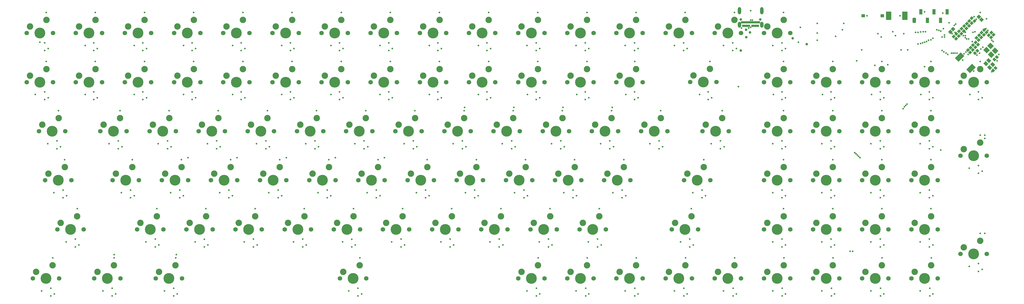
<source format=gbs>
G04*
G04 #@! TF.GenerationSoftware,Altium Limited,CircuitMaker,2.2.1 (2.2.1.6)*
G04*
G04 Layer_Color=8150272*
%FSLAX25Y25*%
%MOIN*%
G70*
G04*
G04 #@! TF.SameCoordinates,51275918-D11F-4CD5-9039-D10E8471D0EB*
G04*
G04*
G04 #@! TF.FilePolarity,Negative*
G04*
G01*
G75*
G04:AMPARAMS|DCode=45|XSize=90.68mil|YSize=51.31mil|CornerRadius=25.65mil|HoleSize=0mil|Usage=FLASHONLY|Rotation=270.000|XOffset=0mil|YOffset=0mil|HoleType=Round|Shape=RoundedRectangle|*
%AMROUNDEDRECTD45*
21,1,0.09068,0.00000,0,0,270.0*
21,1,0.03937,0.05131,0,0,270.0*
1,1,0.05131,0.00000,-0.01968*
1,1,0.05131,0.00000,0.01968*
1,1,0.05131,0.00000,0.01968*
1,1,0.05131,0.00000,-0.01968*
%
%ADD45ROUNDEDRECTD45*%
G04:AMPARAMS|DCode=46|XSize=110.36mil|YSize=51.31mil|CornerRadius=25.65mil|HoleSize=0mil|Usage=FLASHONLY|Rotation=270.000|XOffset=0mil|YOffset=0mil|HoleType=Round|Shape=RoundedRectangle|*
%AMROUNDEDRECTD46*
21,1,0.11036,0.00000,0,0,270.0*
21,1,0.05905,0.05131,0,0,270.0*
1,1,0.05131,0.00000,-0.02953*
1,1,0.05131,0.00000,0.02953*
1,1,0.05131,0.00000,0.02953*
1,1,0.05131,0.00000,-0.02953*
%
%ADD46ROUNDEDRECTD46*%
%ADD47C,0.16500*%
%ADD48C,0.09800*%
%ADD49C,0.06800*%
%ADD50C,0.02572*%
%ADD51C,0.03950*%
G04:AMPARAMS|DCode=86|XSize=74.93mil|YSize=67.06mil|CornerRadius=0mil|HoleSize=0mil|Usage=FLASHONLY|Rotation=135.000|XOffset=0mil|YOffset=0mil|HoleType=Round|Shape=Rectangle|*
%AMROTATEDRECTD86*
4,1,4,0.05020,-0.00278,0.00278,-0.05020,-0.05020,0.00278,-0.00278,0.05020,0.05020,-0.00278,0.0*
%
%ADD86ROTATEDRECTD86*%

G04:AMPARAMS|DCode=87|XSize=59.18mil|YSize=51.31mil|CornerRadius=0mil|HoleSize=0mil|Usage=FLASHONLY|Rotation=135.000|XOffset=0mil|YOffset=0mil|HoleType=Round|Shape=Rectangle|*
%AMROTATEDRECTD87*
4,1,4,0.03906,-0.00278,0.00278,-0.03906,-0.03906,0.00278,-0.00278,0.03906,0.03906,-0.00278,0.0*
%
%ADD87ROTATEDRECTD87*%

G04:AMPARAMS|DCode=88|XSize=43.43mil|YSize=41.47mil|CornerRadius=0mil|HoleSize=0mil|Usage=FLASHONLY|Rotation=315.000|XOffset=0mil|YOffset=0mil|HoleType=Round|Shape=Rectangle|*
%AMROTATEDRECTD88*
4,1,4,-0.03002,0.00070,-0.00070,0.03002,0.03002,-0.00070,0.00070,-0.03002,-0.03002,0.00070,0.0*
%
%ADD88ROTATEDRECTD88*%

G04:AMPARAMS|DCode=89|XSize=82.8mil|YSize=50.13mil|CornerRadius=0mil|HoleSize=0mil|Usage=FLASHONLY|Rotation=270.000|XOffset=0mil|YOffset=0mil|HoleType=Round|Shape=Octagon|*
%AMOCTAGOND89*
4,1,8,-0.01253,-0.04140,0.01253,-0.04140,0.02506,-0.02887,0.02506,0.02887,0.01253,0.04140,-0.01253,0.04140,-0.02506,0.02887,-0.02506,-0.02887,-0.01253,-0.04140,0.0*
%
%ADD89OCTAGOND89*%

%ADD90R,0.05013X0.08280*%
%ADD91R,0.07887X0.12611*%
%ADD92R,0.05524X0.04737*%
G04:AMPARAMS|DCode=93|XSize=78.87mil|YSize=126.11mil|CornerRadius=0mil|HoleSize=0mil|Usage=FLASHONLY|Rotation=315.000|XOffset=0mil|YOffset=0mil|HoleType=Round|Shape=Rectangle|*
%AMROTATEDRECTD93*
4,1,4,-0.07247,-0.01670,0.01670,0.07247,0.07247,0.01670,-0.01670,-0.07247,-0.07247,-0.01670,0.0*
%
%ADD93ROTATEDRECTD93*%

%ADD94R,0.01981X0.03556*%
G04:AMPARAMS|DCode=95|XSize=43.43mil|YSize=39.5mil|CornerRadius=0mil|HoleSize=0mil|Usage=FLASHONLY|Rotation=315.000|XOffset=0mil|YOffset=0mil|HoleType=Round|Shape=Rectangle|*
%AMROTATEDRECTD95*
4,1,4,-0.02932,0.00139,-0.00139,0.02932,0.02932,-0.00139,0.00139,-0.02932,-0.02932,0.00139,0.0*
%
%ADD95ROTATEDRECTD95*%

G04:AMPARAMS|DCode=96|XSize=43.43mil|YSize=39.5mil|CornerRadius=0mil|HoleSize=0mil|Usage=FLASHONLY|Rotation=225.000|XOffset=0mil|YOffset=0mil|HoleType=Round|Shape=Rectangle|*
%AMROTATEDRECTD96*
4,1,4,0.00139,0.02932,0.02932,0.00139,-0.00139,-0.02932,-0.02932,-0.00139,0.00139,0.02932,0.0*
%
%ADD96ROTATEDRECTD96*%

G04:AMPARAMS|DCode=97|XSize=41.4mil|YSize=43.37mil|CornerRadius=0mil|HoleSize=0mil|Usage=FLASHONLY|Rotation=315.000|XOffset=0mil|YOffset=0mil|HoleType=Round|Shape=Rectangle|*
%AMROTATEDRECTD97*
4,1,4,-0.02997,-0.00070,0.00070,0.02997,0.02997,0.00070,-0.00070,-0.02997,-0.02997,-0.00070,0.0*
%
%ADD97ROTATEDRECTD97*%

G04:AMPARAMS|DCode=98|XSize=43.43mil|YSize=41.47mil|CornerRadius=0mil|HoleSize=0mil|Usage=FLASHONLY|Rotation=225.000|XOffset=0mil|YOffset=0mil|HoleType=Round|Shape=Rectangle|*
%AMROTATEDRECTD98*
4,1,4,0.00070,0.03002,0.03002,0.00070,-0.00070,-0.03002,-0.03002,-0.00070,0.00070,0.03002,0.0*
%
%ADD98ROTATEDRECTD98*%

%ADD99R,0.04737X0.03556*%
G04:AMPARAMS|DCode=100|XSize=47.37mil|YSize=49.34mil|CornerRadius=0mil|HoleSize=0mil|Usage=FLASHONLY|Rotation=135.000|XOffset=0mil|YOffset=0mil|HoleType=Round|Shape=Rectangle|*
%AMROTATEDRECTD100*
4,1,4,0.03419,0.00070,-0.00070,-0.03419,-0.03419,-0.00070,0.00070,0.03419,0.03419,0.00070,0.0*
%
%ADD100ROTATEDRECTD100*%

G04:AMPARAMS|DCode=101|XSize=47.37mil|YSize=49.34mil|CornerRadius=0mil|HoleSize=0mil|Usage=FLASHONLY|Rotation=225.000|XOffset=0mil|YOffset=0mil|HoleType=Round|Shape=Rectangle|*
%AMROTATEDRECTD101*
4,1,4,-0.00070,0.03419,0.03419,-0.00070,0.00070,-0.03419,-0.03419,0.00070,-0.00070,0.03419,0.0*
%
%ADD101ROTATEDRECTD101*%

D45*
X1206024Y528189D02*
D03*
X1240039D02*
D03*
D46*
Y549291D02*
D03*
X1206024D02*
D03*
D47*
X889370Y440551D02*
D03*
X1263386Y515354D02*
D03*
X1188583D02*
D03*
X1113780D02*
D03*
X1038976D02*
D03*
X964173D02*
D03*
X889370D02*
D03*
X814567D02*
D03*
X739764D02*
D03*
X664961D02*
D03*
X590158D02*
D03*
X515354D02*
D03*
X440551D02*
D03*
X365748D02*
D03*
X290945D02*
D03*
X216142D02*
D03*
X141339D02*
D03*
X1562598Y440551D02*
D03*
X1487795D02*
D03*
X1412992D02*
D03*
X1338189D02*
D03*
X1263386D02*
D03*
X1151290Y440673D02*
D03*
X1038976Y440551D02*
D03*
X964173D02*
D03*
X814567D02*
D03*
X739764D02*
D03*
X664961D02*
D03*
X590158D02*
D03*
X515354D02*
D03*
X440551D02*
D03*
X365748D02*
D03*
X290945D02*
D03*
X216142D02*
D03*
X141339D02*
D03*
X1562598Y328346D02*
D03*
X1487795Y365748D02*
D03*
X1412992D02*
D03*
X1338189D02*
D03*
X1263386D02*
D03*
X1169882D02*
D03*
X1076378D02*
D03*
X1001575D02*
D03*
X926772D02*
D03*
X851968D02*
D03*
X777165D02*
D03*
X702362D02*
D03*
X627559D02*
D03*
X552756D02*
D03*
X477953D02*
D03*
X403150D02*
D03*
X328346D02*
D03*
X253543D02*
D03*
X160039D02*
D03*
X1487795Y290945D02*
D03*
X1412992D02*
D03*
X1338189D02*
D03*
X1263386D02*
D03*
X1141831D02*
D03*
X1020276D02*
D03*
X945472D02*
D03*
X870669D02*
D03*
X795866D02*
D03*
X721063D02*
D03*
X646260D02*
D03*
X571457D02*
D03*
X496654D02*
D03*
X421850D02*
D03*
X347047D02*
D03*
X272244D02*
D03*
X169390D02*
D03*
X1562598Y178740D02*
D03*
X1487795Y216142D02*
D03*
X1412992D02*
D03*
X1338189D02*
D03*
X1263386D02*
D03*
X1123130Y216142D02*
D03*
X982874Y216142D02*
D03*
X908071D02*
D03*
X833268D02*
D03*
X758465D02*
D03*
X683661D02*
D03*
X608858D02*
D03*
X534055D02*
D03*
X459252D02*
D03*
X384449D02*
D03*
X309646D02*
D03*
X188091D02*
D03*
X1487795Y141339D02*
D03*
X1412992D02*
D03*
X1338189D02*
D03*
X1263386D02*
D03*
X1188583D02*
D03*
X1113780D02*
D03*
X1038976D02*
D03*
X964173D02*
D03*
X889370D02*
D03*
X618318Y141461D02*
D03*
X337697Y141339D02*
D03*
X244193D02*
D03*
X150689D02*
D03*
D48*
X874370Y450551D02*
D03*
X899370Y460551D02*
D03*
X1248386Y525354D02*
D03*
X1273386Y535354D02*
D03*
X1173583Y525354D02*
D03*
X1198583Y535354D02*
D03*
X1098779Y525354D02*
D03*
X1123779Y535354D02*
D03*
X1023976Y525354D02*
D03*
X1048976Y535354D02*
D03*
X949173Y525354D02*
D03*
X974173Y535354D02*
D03*
X874370Y525354D02*
D03*
X899370Y535354D02*
D03*
X799567Y525354D02*
D03*
X824567Y535354D02*
D03*
X724764Y525354D02*
D03*
X749764Y535354D02*
D03*
X649961Y525354D02*
D03*
X674961Y535354D02*
D03*
X575157Y525354D02*
D03*
X600157Y535354D02*
D03*
X500354Y525354D02*
D03*
X525354Y535354D02*
D03*
X425551Y525354D02*
D03*
X450551Y535354D02*
D03*
X350748Y525354D02*
D03*
X375748Y535354D02*
D03*
X275945Y525354D02*
D03*
X300945Y535354D02*
D03*
X201142Y525354D02*
D03*
X226142Y535354D02*
D03*
X126339Y525354D02*
D03*
X151339Y535354D02*
D03*
X1547598Y450551D02*
D03*
X1572598Y460551D02*
D03*
X1472795Y450551D02*
D03*
X1497795Y460551D02*
D03*
X1397992Y450551D02*
D03*
X1422992Y460551D02*
D03*
X1323189Y450551D02*
D03*
X1348189Y460551D02*
D03*
X1248386Y450551D02*
D03*
X1273386Y460551D02*
D03*
X1136290Y450673D02*
D03*
X1161290Y460673D02*
D03*
X1023976Y450551D02*
D03*
X1048976Y460551D02*
D03*
X949173Y450551D02*
D03*
X974173Y460551D02*
D03*
X799567Y450551D02*
D03*
X824567Y460551D02*
D03*
X724764Y450551D02*
D03*
X749764Y460551D02*
D03*
X649961Y450551D02*
D03*
X674961Y460551D02*
D03*
X575157Y450551D02*
D03*
X600157Y460551D02*
D03*
X500354Y450551D02*
D03*
X525354Y460551D02*
D03*
X425551Y450551D02*
D03*
X450551Y460551D02*
D03*
X350748Y450551D02*
D03*
X375748Y460551D02*
D03*
X275945Y450551D02*
D03*
X300945Y460551D02*
D03*
X201142Y450551D02*
D03*
X226142Y460551D02*
D03*
X126339Y450551D02*
D03*
X151339Y460551D02*
D03*
X1572598Y348346D02*
D03*
X1547598Y338347D02*
D03*
X1472795Y375748D02*
D03*
X1497795Y385748D02*
D03*
X1397992Y375748D02*
D03*
X1422992Y385748D02*
D03*
X1323189Y375748D02*
D03*
X1348189Y385748D02*
D03*
X1248386Y375748D02*
D03*
X1273386Y385748D02*
D03*
X1154882Y375748D02*
D03*
X1179882Y385748D02*
D03*
X1061378Y375748D02*
D03*
X1086378Y385748D02*
D03*
X986575Y375748D02*
D03*
X1011575Y385748D02*
D03*
X911772Y375748D02*
D03*
X936772Y385748D02*
D03*
X836969Y375748D02*
D03*
X861969Y385748D02*
D03*
X762165Y375748D02*
D03*
X787165Y385748D02*
D03*
X687362Y375748D02*
D03*
X712362Y385748D02*
D03*
X612559Y375748D02*
D03*
X637559Y385748D02*
D03*
X537756Y375748D02*
D03*
X562756Y385748D02*
D03*
X462953Y375748D02*
D03*
X487953Y385748D02*
D03*
X388150Y375748D02*
D03*
X413150Y385748D02*
D03*
X313347Y375748D02*
D03*
X338347Y385748D02*
D03*
X238543Y375748D02*
D03*
X263543Y385748D02*
D03*
X145039Y375748D02*
D03*
X170039Y385748D02*
D03*
X1472795Y300945D02*
D03*
X1497795Y310945D02*
D03*
X1397992Y300945D02*
D03*
X1422992Y310945D02*
D03*
X1323189Y300945D02*
D03*
X1348189Y310945D02*
D03*
X1248386Y300945D02*
D03*
X1273386Y310945D02*
D03*
X1151831D02*
D03*
X1126831Y300945D02*
D03*
X1005276D02*
D03*
X1030276Y310945D02*
D03*
X930472Y300945D02*
D03*
X955472Y310945D02*
D03*
X855669Y300945D02*
D03*
X880669Y310945D02*
D03*
X780866Y300945D02*
D03*
X805866Y310945D02*
D03*
X706063Y300945D02*
D03*
X731063Y310945D02*
D03*
X631260Y300945D02*
D03*
X656260Y310945D02*
D03*
X556457Y300945D02*
D03*
X581457Y310945D02*
D03*
X481653Y300945D02*
D03*
X506653Y310945D02*
D03*
X406850Y300945D02*
D03*
X431850Y310945D02*
D03*
X332047Y300945D02*
D03*
X357047Y310945D02*
D03*
X257244Y300945D02*
D03*
X282244Y310945D02*
D03*
X154390Y300945D02*
D03*
X179390Y310945D02*
D03*
X1572598Y198740D02*
D03*
X1547598Y188740D02*
D03*
X1472795Y226142D02*
D03*
X1497795Y236142D02*
D03*
X1397992Y226142D02*
D03*
X1422992Y236142D02*
D03*
X1323189Y226142D02*
D03*
X1348189Y236142D02*
D03*
X1248386Y226142D02*
D03*
X1273386Y236142D02*
D03*
X1133130Y236142D02*
D03*
X1108130Y226142D02*
D03*
X967874Y226142D02*
D03*
X992874Y236142D02*
D03*
X893071Y226142D02*
D03*
X918071Y236142D02*
D03*
X818268Y226142D02*
D03*
X843268Y236142D02*
D03*
X743465Y226142D02*
D03*
X768465Y236142D02*
D03*
X668661Y226142D02*
D03*
X693661Y236142D02*
D03*
X593858Y226142D02*
D03*
X618858Y236142D02*
D03*
X519055Y226142D02*
D03*
X544055Y236142D02*
D03*
X444252Y226142D02*
D03*
X469252Y236142D02*
D03*
X369449Y226142D02*
D03*
X394449Y236142D02*
D03*
X294646Y226142D02*
D03*
X319646Y236142D02*
D03*
X198091D02*
D03*
X173091Y226142D02*
D03*
X1472795Y151339D02*
D03*
X1497795Y161339D02*
D03*
X1397992Y151339D02*
D03*
X1422992Y161339D02*
D03*
X1323189Y151339D02*
D03*
X1348189Y161339D02*
D03*
X1248386Y151339D02*
D03*
X1273386Y161339D02*
D03*
X1173583Y151339D02*
D03*
X1198583Y161339D02*
D03*
X1098779Y151339D02*
D03*
X1123779Y161339D02*
D03*
X1023976Y151339D02*
D03*
X1048976Y161339D02*
D03*
X949173Y151339D02*
D03*
X974173Y161339D02*
D03*
X874370Y151339D02*
D03*
X899370Y161339D02*
D03*
X628317Y161460D02*
D03*
X603317Y151461D02*
D03*
X347697Y161339D02*
D03*
X322697Y151339D02*
D03*
X254193Y161339D02*
D03*
X229193Y151339D02*
D03*
X160689Y161339D02*
D03*
X135689Y151339D02*
D03*
D49*
X909370Y440551D02*
D03*
X869370D02*
D03*
X1283386Y515354D02*
D03*
X1243386D02*
D03*
X1208583D02*
D03*
X1168583D02*
D03*
X1133780D02*
D03*
X1093779D02*
D03*
X1058976D02*
D03*
X1018976D02*
D03*
X984173D02*
D03*
X944173D02*
D03*
X909370D02*
D03*
X869370D02*
D03*
X834567D02*
D03*
X794567D02*
D03*
X759764D02*
D03*
X719764D02*
D03*
X684961D02*
D03*
X644961D02*
D03*
X610157D02*
D03*
X570157D02*
D03*
X535354D02*
D03*
X495354D02*
D03*
X460551D02*
D03*
X420551D02*
D03*
X385748D02*
D03*
X345748D02*
D03*
X310945D02*
D03*
X270945D02*
D03*
X236142D02*
D03*
X196142D02*
D03*
X161339D02*
D03*
X121339D02*
D03*
X1582598Y440551D02*
D03*
X1542598D02*
D03*
X1507795D02*
D03*
X1467795D02*
D03*
X1432992D02*
D03*
X1392992D02*
D03*
X1358189D02*
D03*
X1318189D02*
D03*
X1283386D02*
D03*
X1243386D02*
D03*
X1171290Y440673D02*
D03*
X1131290D02*
D03*
X1058976Y440551D02*
D03*
X1018976D02*
D03*
X984173D02*
D03*
X944173D02*
D03*
X834567D02*
D03*
X794567D02*
D03*
X759764D02*
D03*
X719764D02*
D03*
X684961D02*
D03*
X644961D02*
D03*
X610157D02*
D03*
X570157D02*
D03*
X535354D02*
D03*
X495354D02*
D03*
X460551D02*
D03*
X420551D02*
D03*
X385748D02*
D03*
X345748D02*
D03*
X310945D02*
D03*
X270945D02*
D03*
X236142D02*
D03*
X196142D02*
D03*
X161339D02*
D03*
X121339D02*
D03*
X1542598Y328346D02*
D03*
X1582598D02*
D03*
X1507795Y365748D02*
D03*
X1467795D02*
D03*
X1432992D02*
D03*
X1392992D02*
D03*
X1358189D02*
D03*
X1318189D02*
D03*
X1283386D02*
D03*
X1243386D02*
D03*
X1189882D02*
D03*
X1149882D02*
D03*
X1096378D02*
D03*
X1056378D02*
D03*
X1021575D02*
D03*
X981575D02*
D03*
X946772D02*
D03*
X906772D02*
D03*
X871968D02*
D03*
X831968D02*
D03*
X797165D02*
D03*
X757165D02*
D03*
X722362D02*
D03*
X682362D02*
D03*
X647559D02*
D03*
X607559D02*
D03*
X572756D02*
D03*
X532756D02*
D03*
X497953D02*
D03*
X457953D02*
D03*
X423150D02*
D03*
X383150D02*
D03*
X348346D02*
D03*
X308347D02*
D03*
X273543D02*
D03*
X233543D02*
D03*
X180039D02*
D03*
X140039D02*
D03*
X1507795Y290945D02*
D03*
X1467795D02*
D03*
X1432992D02*
D03*
X1392992D02*
D03*
X1358189D02*
D03*
X1318189D02*
D03*
X1283386D02*
D03*
X1243386D02*
D03*
X1121831D02*
D03*
X1161831D02*
D03*
X1040276D02*
D03*
X1000276D02*
D03*
X965472D02*
D03*
X925472D02*
D03*
X890669D02*
D03*
X850669D02*
D03*
X815866D02*
D03*
X775866D02*
D03*
X741063D02*
D03*
X701063D02*
D03*
X666260D02*
D03*
X626260D02*
D03*
X591457D02*
D03*
X551457D02*
D03*
X516653D02*
D03*
X476653D02*
D03*
X441850D02*
D03*
X401850D02*
D03*
X367047D02*
D03*
X327047D02*
D03*
X292244D02*
D03*
X252244D02*
D03*
X189390D02*
D03*
X149390D02*
D03*
X1542598Y178740D02*
D03*
X1582598D02*
D03*
X1507795Y216142D02*
D03*
X1467795D02*
D03*
X1432992D02*
D03*
X1392992D02*
D03*
X1358189D02*
D03*
X1318189D02*
D03*
X1283386D02*
D03*
X1243386D02*
D03*
X1103130Y216142D02*
D03*
X1143130D02*
D03*
X1002874Y216142D02*
D03*
X962874D02*
D03*
X928071D02*
D03*
X888071D02*
D03*
X853268D02*
D03*
X813268D02*
D03*
X778465D02*
D03*
X738465D02*
D03*
X703661D02*
D03*
X663661D02*
D03*
X628858D02*
D03*
X588858D02*
D03*
X554055D02*
D03*
X514055D02*
D03*
X479252D02*
D03*
X439252D02*
D03*
X404449D02*
D03*
X364449D02*
D03*
X329646D02*
D03*
X289646D02*
D03*
X168091D02*
D03*
X208090D02*
D03*
X1507795Y141339D02*
D03*
X1467795D02*
D03*
X1432992D02*
D03*
X1392992D02*
D03*
X1358189D02*
D03*
X1318189D02*
D03*
X1283386D02*
D03*
X1243386D02*
D03*
X1208583D02*
D03*
X1168583D02*
D03*
X1133780D02*
D03*
X1093779D02*
D03*
X1058976D02*
D03*
X1018976D02*
D03*
X984173D02*
D03*
X944173D02*
D03*
X909370D02*
D03*
X869370D02*
D03*
X598317Y141461D02*
D03*
X638317D02*
D03*
X317697Y141339D02*
D03*
X357697D02*
D03*
X224193D02*
D03*
X264193D02*
D03*
X130689D02*
D03*
X170689D02*
D03*
D50*
X1579331Y210236D02*
D03*
X1512402Y337205D02*
D03*
X1579331Y354921D02*
D03*
Y359842D02*
D03*
X1298819Y524213D02*
D03*
X1384449Y473032D02*
D03*
X1412008Y466142D02*
D03*
X1431693Y467126D02*
D03*
X1487795Y464173D02*
D03*
X1573425Y491185D02*
D03*
X1295866Y501575D02*
D03*
X1487795Y547835D02*
D03*
X1515354Y545866D02*
D03*
X1582283Y537008D02*
D03*
X1514370Y509449D02*
D03*
X1518307D02*
D03*
Y512402D02*
D03*
X1509449Y519291D02*
D03*
X1474098Y516590D02*
D03*
X1477953Y516480D02*
D03*
X1481890Y516949D02*
D03*
X1485732Y517323D02*
D03*
X1489201D02*
D03*
X1439567D02*
D03*
X1456299Y514370D02*
D03*
X1416929D02*
D03*
X1443504Y511417D02*
D03*
X1421850Y509449D02*
D03*
X1452323Y489882D02*
D03*
X1392323D02*
D03*
X1462323D02*
D03*
X1352362Y510433D02*
D03*
X1324409Y530118D02*
D03*
X1506496Y520276D02*
D03*
X1324409Y515551D02*
D03*
Y504528D02*
D03*
X1512402Y518307D02*
D03*
X1362795Y520276D02*
D03*
X1516339Y522244D02*
D03*
X1525197Y531102D02*
D03*
X1364764Y530118D02*
D03*
X1477953Y498622D02*
D03*
X1374606Y182677D02*
D03*
X254528Y177756D02*
D03*
X1481890Y499606D02*
D03*
X1378543Y182677D02*
D03*
X349016Y177756D02*
D03*
X1484842Y500591D02*
D03*
X1381496Y333268D02*
D03*
X366732Y325394D02*
D03*
X1487795Y501575D02*
D03*
X1383465Y331299D02*
D03*
X441535Y325394D02*
D03*
X1490748Y502559D02*
D03*
X1547807Y483886D02*
D03*
X1545866Y474016D02*
D03*
X1560630Y502559D02*
D03*
X1567520Y481890D02*
D03*
X1571457Y484842D02*
D03*
X1550787Y486354D02*
D03*
X1554267Y482874D02*
D03*
X1564567Y517323D02*
D03*
X1561614Y516339D02*
D03*
X1554724Y506496D02*
D03*
X1551772D02*
D03*
X1549803Y508465D02*
D03*
Y511417D02*
D03*
X1549875Y516448D02*
D03*
X1546850Y511417D02*
D03*
X1385433Y329331D02*
D03*
X516339Y325394D02*
D03*
X1493701Y504528D02*
D03*
X1387402Y327362D02*
D03*
X591142Y325394D02*
D03*
X1497638Y504996D02*
D03*
X1500591Y507480D02*
D03*
X1389370Y325394D02*
D03*
X665945D02*
D03*
X1514370Y488779D02*
D03*
X1517323Y486811D02*
D03*
X1520374Y484842D02*
D03*
X1523193Y482909D02*
D03*
X1528726Y484842D02*
D03*
X1531510D02*
D03*
X1534294D02*
D03*
X1537078D02*
D03*
X1566535Y536491D02*
D03*
X1461220Y407087D02*
D03*
X1455315Y400197D02*
D03*
X787992Y402165D02*
D03*
X1457283Y403150D02*
D03*
X862795Y402165D02*
D03*
X1459252Y405118D02*
D03*
X1533071Y527165D02*
D03*
X1535039Y529134D02*
D03*
X937598Y402165D02*
D03*
X1012402D02*
D03*
X1204331Y433661D02*
D03*
X1400197Y541929D02*
D03*
X1450394D02*
D03*
X1590158Y456299D02*
D03*
X1600984Y482874D02*
D03*
X1598032Y473032D02*
D03*
X1576378Y493701D02*
D03*
X1223032Y549409D02*
D03*
X1220079Y523228D02*
D03*
X1209252D02*
D03*
X1225984Y535039D02*
D03*
X1562598Y457283D02*
D03*
X1581299Y522244D02*
D03*
X1563204Y540339D02*
D03*
X1590180Y504541D02*
D03*
X1534055Y516339D02*
D03*
X158071Y114764D02*
D03*
X251575D02*
D03*
X345079D02*
D03*
X625591D02*
D03*
X897244D02*
D03*
X972047D02*
D03*
X1046850D02*
D03*
X1121653D02*
D03*
X1196457D02*
D03*
X1271260D02*
D03*
X1346063D02*
D03*
X1420866D02*
D03*
X1495669D02*
D03*
X1569980Y152165D02*
D03*
X1495177Y189567D02*
D03*
X1420374D02*
D03*
X1345571D02*
D03*
X1270768D02*
D03*
X1130512D02*
D03*
X990256D02*
D03*
X915453D02*
D03*
X840650D02*
D03*
X765846D02*
D03*
X691043D02*
D03*
X616083Y189409D02*
D03*
X541437Y189567D02*
D03*
X466634D02*
D03*
X391673Y189409D02*
D03*
X317028Y189567D02*
D03*
X195472D02*
D03*
X176772Y264370D02*
D03*
X279626D02*
D03*
X354429D02*
D03*
X429232D02*
D03*
X504035D02*
D03*
X578839D02*
D03*
X653642D02*
D03*
X728445D02*
D03*
X803228D02*
D03*
X878051D02*
D03*
X952854D02*
D03*
X1027658D02*
D03*
X1149213D02*
D03*
X1270768D02*
D03*
X1345571D02*
D03*
X1420374D02*
D03*
X1495177D02*
D03*
X1569980Y301772D02*
D03*
X1495177Y339173D02*
D03*
X1420374D02*
D03*
X1345571D02*
D03*
X1270768D02*
D03*
X1177264D02*
D03*
X1083760D02*
D03*
X1008957D02*
D03*
X934153D02*
D03*
X859350D02*
D03*
X784547D02*
D03*
X709744D02*
D03*
X634941D02*
D03*
X560138D02*
D03*
X485335D02*
D03*
X410532D02*
D03*
X335728D02*
D03*
X260925D02*
D03*
X167421D02*
D03*
X148721Y413976D02*
D03*
X223524D02*
D03*
X298327D02*
D03*
X373130D02*
D03*
X447933D02*
D03*
X522736D02*
D03*
X597539D02*
D03*
X672342D02*
D03*
X747146D02*
D03*
X821949D02*
D03*
X896752D02*
D03*
X971555D02*
D03*
X1046358D02*
D03*
X1158563D02*
D03*
X1270768D02*
D03*
X1345571D02*
D03*
X1420374D02*
D03*
X1495177D02*
D03*
X1569980D02*
D03*
X1270768Y488779D02*
D03*
X1195965D02*
D03*
X1121161D02*
D03*
X1046358D02*
D03*
X971555D02*
D03*
X821949D02*
D03*
X747146D02*
D03*
X672342D02*
D03*
X597539D02*
D03*
X522736D02*
D03*
X447933D02*
D03*
X373130D02*
D03*
X298327D02*
D03*
X223524D02*
D03*
X148721D02*
D03*
X896752D02*
D03*
X1495669Y126575D02*
D03*
X1223032Y535039D02*
D03*
Y524213D02*
D03*
X1529879Y514370D02*
D03*
X1572441Y546850D02*
D03*
X1592126Y502559D02*
D03*
X1584252Y519291D02*
D03*
X896752Y500591D02*
D03*
X902165Y491732D02*
D03*
X882677Y496457D02*
D03*
X141339Y501575D02*
D03*
X143996Y122441D02*
D03*
X181398Y197244D02*
D03*
X883465Y267323D02*
D03*
X863976Y272047D02*
D03*
X789173D02*
D03*
X631004Y117717D02*
D03*
X611516Y122441D02*
D03*
X350492Y117717D02*
D03*
X331004Y122441D02*
D03*
X256988Y117717D02*
D03*
X237500Y122441D02*
D03*
X163484Y117717D02*
D03*
X902165D02*
D03*
X882677Y122441D02*
D03*
X976968Y117717D02*
D03*
X957480Y122441D02*
D03*
X1051772Y117717D02*
D03*
X1032283Y122441D02*
D03*
X1126575Y117717D02*
D03*
X1107087Y122441D02*
D03*
X1201378Y117717D02*
D03*
X1181890Y122441D02*
D03*
X1276181Y117717D02*
D03*
X1256693Y122441D02*
D03*
X1350984Y117717D02*
D03*
X1331496Y122441D02*
D03*
X1425787Y117717D02*
D03*
X1406299Y122441D02*
D03*
X1500591Y117717D02*
D03*
X1481102Y122441D02*
D03*
X1575394Y155118D02*
D03*
X1555906Y159843D02*
D03*
X1500591Y192520D02*
D03*
X1481102Y197244D02*
D03*
X1425787Y192520D02*
D03*
X1406299Y197244D02*
D03*
X1350984Y192520D02*
D03*
X1331496Y197244D02*
D03*
X1276181Y192520D02*
D03*
X1256693Y197244D02*
D03*
X1135925Y192520D02*
D03*
X1116437Y197244D02*
D03*
X976181D02*
D03*
X995669Y192520D02*
D03*
X901378Y197244D02*
D03*
X920866Y192520D02*
D03*
X826575Y197244D02*
D03*
X846063Y192520D02*
D03*
X751772Y197244D02*
D03*
X771260Y192520D02*
D03*
X676968Y197244D02*
D03*
X696457Y192520D02*
D03*
X602165Y197244D02*
D03*
X621654Y192520D02*
D03*
X527362Y197244D02*
D03*
X546850Y192520D02*
D03*
X452559Y197244D02*
D03*
X472047Y192520D02*
D03*
X377756Y197244D02*
D03*
X397244Y192520D02*
D03*
X302953Y197244D02*
D03*
X322441Y192520D02*
D03*
X200886Y192520D02*
D03*
X162697Y272047D02*
D03*
X182185Y267323D02*
D03*
X285039D02*
D03*
X265551Y272047D02*
D03*
X359842Y267323D02*
D03*
X340354Y272047D02*
D03*
X434646Y267323D02*
D03*
X415158Y272047D02*
D03*
X509449Y267323D02*
D03*
X489961Y272047D02*
D03*
X584252Y267323D02*
D03*
X564764Y272047D02*
D03*
X659055Y267323D02*
D03*
X639567Y272047D02*
D03*
X733858Y267323D02*
D03*
X714370Y272047D02*
D03*
X808661Y267323D02*
D03*
X958268D02*
D03*
X938780Y272047D02*
D03*
X1033071Y267323D02*
D03*
X1013583Y272047D02*
D03*
X1154626Y267323D02*
D03*
X1135138Y272047D02*
D03*
X1256693D02*
D03*
X1276181Y267323D02*
D03*
X1331496Y272047D02*
D03*
X1350984Y267323D02*
D03*
X1406299Y272047D02*
D03*
X1425787Y267323D02*
D03*
X1481102Y272047D02*
D03*
X1500591Y267323D02*
D03*
X1555906Y309449D02*
D03*
X1575394Y304724D02*
D03*
X1481102Y346850D02*
D03*
X1500591Y342126D02*
D03*
X1406299Y346850D02*
D03*
X1425787Y342126D02*
D03*
X1331496Y346850D02*
D03*
X1350984Y342126D02*
D03*
X1256693Y346850D02*
D03*
X1276181Y342126D02*
D03*
X1163189Y346850D02*
D03*
X1182677Y342126D02*
D03*
X1069685Y346850D02*
D03*
X1089173Y342126D02*
D03*
X994882Y346850D02*
D03*
X1014370Y342126D02*
D03*
X920079Y346850D02*
D03*
X939567Y342126D02*
D03*
X845276Y346850D02*
D03*
X864764Y342126D02*
D03*
X770472Y346850D02*
D03*
X789961Y342126D02*
D03*
X695669Y346850D02*
D03*
X715158Y342126D02*
D03*
X620866Y346850D02*
D03*
X640354Y342126D02*
D03*
X546063Y346850D02*
D03*
X565551Y342126D02*
D03*
X471260Y346850D02*
D03*
X490748Y342126D02*
D03*
X396457Y346850D02*
D03*
X415945Y342126D02*
D03*
X321654Y346850D02*
D03*
X341142Y342126D02*
D03*
X246850Y346850D02*
D03*
X266339Y342126D02*
D03*
X172835D02*
D03*
X153347Y346850D02*
D03*
X1556890Y421654D02*
D03*
X1482087D02*
D03*
X1407283D02*
D03*
X1332480D02*
D03*
X1257677D02*
D03*
X1145472D02*
D03*
X1033268D02*
D03*
X958465D02*
D03*
X883661D02*
D03*
X808858D02*
D03*
X734055D02*
D03*
X659252D02*
D03*
X584449D02*
D03*
X509646D02*
D03*
X434842D02*
D03*
X360039D02*
D03*
X285236D02*
D03*
X210433D02*
D03*
X1575394Y416929D02*
D03*
X1500591D02*
D03*
X1425787D02*
D03*
X1350984D02*
D03*
X1276181D02*
D03*
X1163976D02*
D03*
X1051772D02*
D03*
X976968D02*
D03*
X902165D02*
D03*
X827362D02*
D03*
X752559D02*
D03*
X677756D02*
D03*
X602953D02*
D03*
X528150D02*
D03*
X453346D02*
D03*
X378543D02*
D03*
X303740D02*
D03*
X228937D02*
D03*
X154134D02*
D03*
X134646Y421654D02*
D03*
X1256693Y496457D02*
D03*
X1181890D02*
D03*
X1107087D02*
D03*
X1032283D02*
D03*
X1276181Y491732D02*
D03*
X1201378D02*
D03*
X1126575D02*
D03*
X1051772D02*
D03*
X976968D02*
D03*
X957480Y496457D02*
D03*
X827362Y491732D02*
D03*
X808858Y496457D02*
D03*
X752559Y491732D02*
D03*
X734055Y496457D02*
D03*
X677756Y491732D02*
D03*
X659252Y496457D02*
D03*
X602953Y491732D02*
D03*
X584449Y496457D02*
D03*
X528150Y491732D02*
D03*
X509646Y496457D02*
D03*
X453346Y491732D02*
D03*
X434842Y496457D02*
D03*
X378543Y491732D02*
D03*
X360039Y496457D02*
D03*
X303740Y491732D02*
D03*
X285236Y496457D02*
D03*
X228937Y491732D02*
D03*
X154134D02*
D03*
X210433Y496457D02*
D03*
X148721Y500591D02*
D03*
X223524D02*
D03*
X298327D02*
D03*
X373130D02*
D03*
X447933D02*
D03*
X522736D02*
D03*
X597539D02*
D03*
X672342D02*
D03*
X747146D02*
D03*
X821949D02*
D03*
X971555D02*
D03*
X1046358D02*
D03*
X1121161D02*
D03*
X1195965D02*
D03*
X1270768D02*
D03*
X1569980Y425787D02*
D03*
X1495177D02*
D03*
X1420374D02*
D03*
X1345571D02*
D03*
X1270768D02*
D03*
X1158563D02*
D03*
X1046358D02*
D03*
X971555D02*
D03*
X896752D02*
D03*
X821949D02*
D03*
X747146D02*
D03*
X672342D02*
D03*
X597539D02*
D03*
X522736D02*
D03*
X447933D02*
D03*
X373130D02*
D03*
X298327D02*
D03*
X223524D02*
D03*
X148721D02*
D03*
X167421Y350984D02*
D03*
X260925D02*
D03*
X335728D02*
D03*
X410532D02*
D03*
X485335D02*
D03*
X560138D02*
D03*
X634941D02*
D03*
X709744D02*
D03*
X784547D02*
D03*
X859350D02*
D03*
X934153D02*
D03*
X1008957D02*
D03*
X1083760D02*
D03*
X1177264D02*
D03*
X1270768D02*
D03*
X1345571D02*
D03*
X1420374D02*
D03*
X1495177D02*
D03*
X1569980Y313583D02*
D03*
X1495177Y276181D02*
D03*
X1420374D02*
D03*
X1345571D02*
D03*
X1270768D02*
D03*
X1149213D02*
D03*
X1027658D02*
D03*
X952854D02*
D03*
X878051D02*
D03*
X803228D02*
D03*
X728445D02*
D03*
X653642D02*
D03*
X578839D02*
D03*
X504035D02*
D03*
X429232D02*
D03*
X354429D02*
D03*
X279626D02*
D03*
X176772D02*
D03*
X195472Y201378D02*
D03*
X317028D02*
D03*
X391673Y201220D02*
D03*
X466634Y201378D02*
D03*
X541437D02*
D03*
X616083Y201220D02*
D03*
X691043Y201378D02*
D03*
X765846D02*
D03*
X840650D02*
D03*
X915453D02*
D03*
X990256D02*
D03*
X1130512D02*
D03*
X1270768D02*
D03*
X1345571D02*
D03*
X1420374D02*
D03*
X1495177D02*
D03*
X1569980Y163976D02*
D03*
X1420866Y126575D02*
D03*
X1346063D02*
D03*
X1271260D02*
D03*
X1196457D02*
D03*
X1121653D02*
D03*
X1046850D02*
D03*
X972047D02*
D03*
X897244D02*
D03*
X625591D02*
D03*
X345079D02*
D03*
X251575D02*
D03*
X158071D02*
D03*
X1273228Y546850D02*
D03*
X1198425D02*
D03*
X1123622D02*
D03*
X1048819D02*
D03*
X974016D02*
D03*
X899213D02*
D03*
X824409D02*
D03*
X749606D02*
D03*
X674803D02*
D03*
X600000D02*
D03*
X525197D02*
D03*
X450394D02*
D03*
X375590D02*
D03*
X300787D02*
D03*
X225984D02*
D03*
X151181D02*
D03*
Y472047D02*
D03*
X225984D02*
D03*
X300787D02*
D03*
X375590D02*
D03*
X450394D02*
D03*
X525197D02*
D03*
X600000D02*
D03*
X674803D02*
D03*
X749606D02*
D03*
X824409D02*
D03*
X899213D02*
D03*
X974016D02*
D03*
X1046850D02*
D03*
X1161024D02*
D03*
X1273228D02*
D03*
X1348032D02*
D03*
X1422835D02*
D03*
X1497638D02*
D03*
X1572441D02*
D03*
X1497638Y397244D02*
D03*
X1422835D02*
D03*
X1348032D02*
D03*
X1273228D02*
D03*
X1179724D02*
D03*
X1086220D02*
D03*
X1011417D02*
D03*
X936614D02*
D03*
X861811D02*
D03*
X787008D02*
D03*
X712205D02*
D03*
X637402D02*
D03*
X562598D02*
D03*
X487795D02*
D03*
X412992D02*
D03*
X338189D02*
D03*
X263386D02*
D03*
X169882D02*
D03*
X179232Y322441D02*
D03*
X282087D02*
D03*
X356890D02*
D03*
X431693D02*
D03*
X506496D02*
D03*
X581299D02*
D03*
X656102D02*
D03*
X730905D02*
D03*
X805709D02*
D03*
X880512D02*
D03*
X955315D02*
D03*
X1030118D02*
D03*
X1151673D02*
D03*
X1273228D02*
D03*
X1348032D02*
D03*
X1422835D02*
D03*
X1497638D02*
D03*
X1572441Y359842D02*
D03*
Y210236D02*
D03*
X1497638Y247638D02*
D03*
X1422835D02*
D03*
X1348032D02*
D03*
X1273228D02*
D03*
X1132972D02*
D03*
X992717D02*
D03*
X917913D02*
D03*
X843110D02*
D03*
X768307D02*
D03*
X693504D02*
D03*
X618701D02*
D03*
X543898D02*
D03*
X469095D02*
D03*
X394291D02*
D03*
X319488D02*
D03*
X198425D02*
D03*
X1498130Y172835D02*
D03*
X1423327D02*
D03*
X1348524D02*
D03*
X1273720D02*
D03*
X1198917D02*
D03*
X1124114D02*
D03*
X1049311D02*
D03*
X974508D02*
D03*
X899705D02*
D03*
X628653D02*
D03*
X348031D02*
D03*
X254528D02*
D03*
X161024D02*
D03*
D51*
X1308539Y498566D02*
D03*
X1287008Y507480D02*
D03*
X1208268Y488779D02*
D03*
X1216339Y509252D02*
D03*
X1222047Y516339D02*
D03*
X1216142Y520276D02*
D03*
X1237795Y536024D02*
D03*
X1208268D02*
D03*
D86*
X1589135Y482474D02*
D03*
X1582064Y489545D02*
D03*
X1588189Y495669D02*
D03*
X1595260Y488598D02*
D03*
D87*
X1586847Y462890D02*
D03*
X1581001Y468737D02*
D03*
X1585594Y473330D02*
D03*
X1591440Y467484D02*
D03*
D88*
X1597873Y478778D02*
D03*
X1594254Y475159D02*
D03*
X1592285Y458427D02*
D03*
X1595904Y462046D02*
D03*
D89*
X1472244Y534842D02*
D03*
D90*
X1482244Y547835D02*
D03*
X1492244Y534842D02*
D03*
X1502244Y547835D02*
D03*
X1512244Y534842D02*
D03*
X1522244Y547835D02*
D03*
D91*
X1457677Y541929D02*
D03*
X1433268D02*
D03*
D92*
X1423622D02*
D03*
X1394488D02*
D03*
D93*
X1541173Y478709D02*
D03*
X1558433Y461449D02*
D03*
D94*
X1227953Y531693D02*
D03*
X1218110D02*
D03*
X1217126Y526575D02*
D03*
X1228937D02*
D03*
X1219094D02*
D03*
X1225984Y531693D02*
D03*
X1231890D02*
D03*
X1229921D02*
D03*
X1216142D02*
D03*
X1214173D02*
D03*
X1220079D02*
D03*
X1224016D02*
D03*
X1222047D02*
D03*
X1234842Y526575D02*
D03*
X1232874D02*
D03*
X1230906D02*
D03*
X1226968D02*
D03*
X1225000D02*
D03*
X1221063D02*
D03*
X1215158D02*
D03*
X1213189D02*
D03*
X1211220D02*
D03*
D95*
X1564567Y484842D02*
D03*
X1568047Y488322D02*
D03*
D96*
X1578575Y520047D02*
D03*
X1582055Y516567D02*
D03*
X1574638Y516110D02*
D03*
X1578118Y512630D02*
D03*
X1555937Y533826D02*
D03*
X1559417Y530347D02*
D03*
X1589402Y516110D02*
D03*
X1592882Y512630D02*
D03*
X1570701Y512173D02*
D03*
X1574181Y508693D02*
D03*
X1552000Y529889D02*
D03*
X1555480Y526410D02*
D03*
X1566764Y508236D02*
D03*
X1570244Y504756D02*
D03*
X1548063Y525952D02*
D03*
X1551543Y522473D02*
D03*
X1544126Y522015D02*
D03*
X1547606Y518536D02*
D03*
X1569031Y497638D02*
D03*
X1565551Y501118D02*
D03*
X1540189Y518079D02*
D03*
X1543669Y514599D02*
D03*
X1565094Y493701D02*
D03*
X1561614Y497181D02*
D03*
X1536252Y514142D02*
D03*
X1539732Y510662D02*
D03*
X1561157Y489764D02*
D03*
X1557677Y493244D02*
D03*
X1532315Y510205D02*
D03*
X1535795Y506725D02*
D03*
X1557220Y485827D02*
D03*
X1553740Y489307D02*
D03*
D97*
X1563841Y533797D02*
D03*
X1559387Y538251D02*
D03*
D98*
X1585395Y512243D02*
D03*
X1589014Y508624D02*
D03*
D99*
X1235236Y531693D02*
D03*
X1210827D02*
D03*
D100*
X1531222Y521379D02*
D03*
X1527046Y517203D02*
D03*
D101*
X1570353Y540080D02*
D03*
X1574529Y535904D02*
D03*
M02*

</source>
